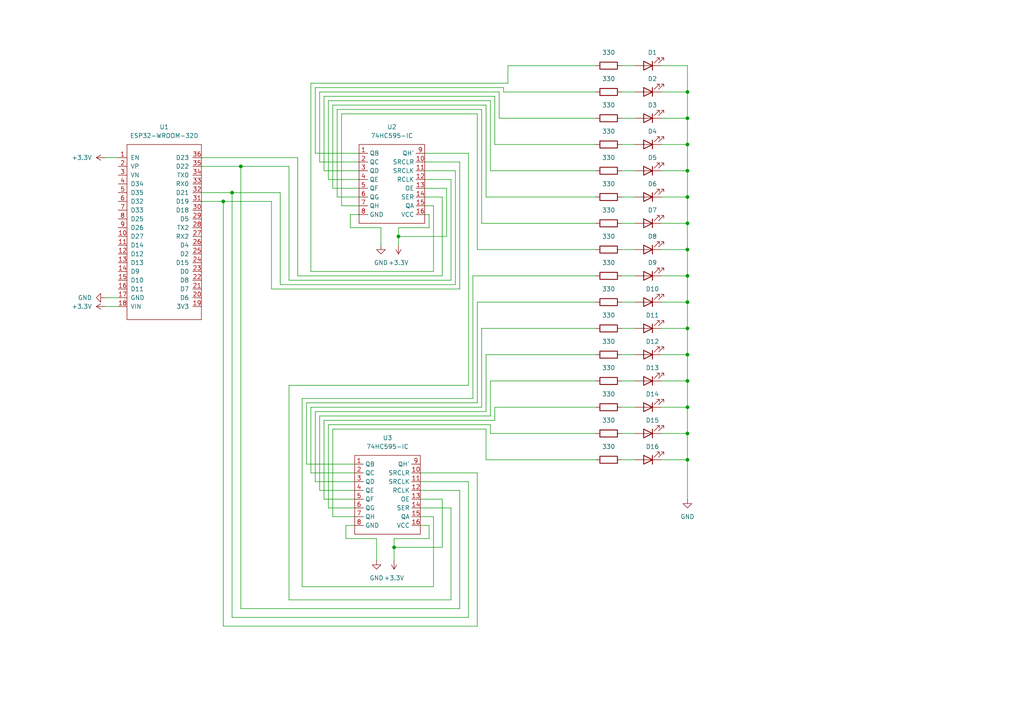
<source format=kicad_sch>
(kicad_sch (version 20230121) (generator eeschema)
  (paper "A4")
  (lib_symbols
    (symbol "Device:LED" (pin_numbers hide) (pin_names (offset 1.016) hide)
      (property "Reference" "D" (at 0 2.54 0))
      (property "Value" "LED" (at 0 -2.54 0))
      (symbol "LED_0_1"
        (polyline (pts (xy -1.27 -1.27) (xy -1.27 1.27)) (stroke (width 0.254)))
        (polyline (pts (xy -1.27 0) (xy 1.27 0)))
        (polyline (pts (xy 1.27 -1.27) (xy 1.27 1.27) (xy -1.27 0) (xy 1.27 -1.27)) (stroke (width 0.254)))
        (polyline (pts (xy -3.048 -0.762) (xy -4.572 -2.286) (xy -3.81 -2.286) (xy -4.572 -2.286) (xy -4.572 -1.524)))
        (polyline (pts (xy -1.778 -0.762) (xy -3.302 -2.286) (xy -2.54 -2.286) (xy -3.302 -2.286) (xy -3.302 -1.524)))
      )
      (symbol "LED_1_1"
        (pin passive line (at -3.81 0 0) (length 2.54) (name "K") (number "1"))
        (pin passive line (at 3.81 0 180) (length 2.54) (name "A") (number "2"))
      )
    )
    (symbol "Device:R" (pin_numbers hide) (pin_names (offset 0))
      (property "Reference" "R" (at 2.032 0 90))
      (property "Value" "R" (at 0 0 90))
      (symbol "R_0_1"
        (rectangle (start -1.016 -2.54) (end 1.016 2.54) (stroke (width 0.254)))
      )
      (symbol "R_1_1"
        (pin passive line (at 0 3.81 270) (length 1.27) (name "~") (number "1"))
        (pin passive line (at 0 -3.81 90) (length 1.27) (name "~") (number "2"))
      )
    )
    (symbol "New_Library:74HC595-IC"
      (property "Reference" "U" (at 0 1.27 0))
      (property "Value" "74HC595-IC" (at 1.27 -1.27 0))
      (symbol "74HC595-IC_0_1"
        (rectangle (start -7.62 -2.54) (end 11.43 -25.4))
      )
      (symbol "74HC595-IC_1_1"
        (pin input line (at -7.62 -5.08 0) (length 2.54) (name "QB") (number "1"))
        (pin input line (at 11.43 -7.62 180) (length 2.54) (name "SRCLR") (number "10"))
        (pin input line (at 11.43 -10.16 180) (length 2.54) (name "SRCLK") (number "11"))
        (pin input line (at 11.43 -12.7 180) (length 2.54) (name "RCLK") (number "12"))
        (pin input line (at 11.43 -15.24 180) (length 2.54) (name "OE") (number "13"))
        (pin input line (at 11.43 -17.78 180) (length 2.54) (name "SER") (number "14"))
        (pin input line (at 11.43 -20.32 180) (length 2.54) (name "QA") (number "15"))
        (pin power_in line (at 11.43 -22.86 180) (length 2.54) (name "VCC") (number "16"))
        (pin input line (at -7.62 -7.62 0) (length 2.54) (name "QC") (number "2"))
        (pin input line (at -7.62 -10.16 0) (length 2.54) (name "QD") (number "3"))
        (pin input line (at -7.62 -12.7 0) (length 2.54) (name "QE") (number "4"))
        (pin input line (at -7.62 -15.24 0) (length 2.54) (name "QF") (number "5"))
        (pin input line (at -7.62 -17.78 0) (length 2.54) (name "QG") (number "6"))
        (pin input line (at -7.62 -20.32 0) (length 2.54) (name "QH") (number "7"))
        (pin power_in line (at -7.62 -22.86 0) (length 2.54) (name "GND") (number "8"))
        (pin output line (at 11.43 -5.08 180) (length 2.54) (name "QH'") (number "9"))
      )
    )
    (symbol "New_Library:ESP32-WROOM-32D" (pin_names (offset 1.016))
      (property "Reference" "U" (at -15.24 -7.62 0))
      (property "Value" "ESP32-WROOM-32D" (at 7.62 0 0))
      (symbol "ESP32-WROOM-32D_0_1"
        (rectangle (start -2.54 -1.27) (end 19.05 -52.07))
      )
      (symbol "ESP32-WROOM-32D_1_1"
        (pin input line (at -5.08 -5.08 0) (length 2.54) (name "EN") (number "1"))
        (pin bidirectional line (at -5.08 -27.94 0) (length 2.54) (name "D27") (number "10"))
        (pin bidirectional line (at -5.08 -30.48 0) (length 2.54) (name "D14") (number "11"))
        (pin bidirectional line (at -5.08 -33.02 0) (length 2.54) (name "D12") (number "12"))
        (pin bidirectional line (at -5.08 -35.56 0) (length 2.54) (name "D13") (number "13"))
        (pin bidirectional line (at -5.08 -38.1 0) (length 2.54) (name "D9") (number "14"))
        (pin bidirectional line (at -5.08 -40.64 0) (length 2.54) (name "D10") (number "15"))
        (pin bidirectional line (at -5.08 -43.18 0) (length 2.54) (name "D11") (number "16"))
        (pin power_in line (at -5.08 -45.72 0) (length 2.54) (name "GND") (number "17"))
        (pin power_in line (at -5.08 -48.26 0) (length 2.54) (name "VIN") (number "18"))
        (pin power_in line (at 19.05 -48.26 180) (length 2.54) (name "3V3") (number "19"))
        (pin input line (at -5.08 -7.62 0) (length 2.54) (name "VP") (number "2"))
        (pin bidirectional line (at 19.05 -45.72 180) (length 2.54) (name "D6") (number "20"))
        (pin bidirectional line (at 19.05 -43.18 180) (length 2.54) (name "D7") (number "21"))
        (pin bidirectional line (at 19.05 -40.64 180) (length 2.54) (name "D8") (number "22"))
        (pin bidirectional line (at 19.05 -38.1 180) (length 2.54) (name "D0") (number "23"))
        (pin bidirectional line (at 19.05 -35.56 180) (length 2.54) (name "D15") (number "24"))
        (pin bidirectional line (at 19.05 -33.02 180) (length 2.54) (name "D2") (number "25"))
        (pin bidirectional line (at 19.05 -30.48 180) (length 2.54) (name "D4") (number "26"))
        (pin input line (at 19.05 -27.94 180) (length 2.54) (name "RX2") (number "27"))
        (pin output line (at 19.05 -25.4 180) (length 2.54) (name "TX2") (number "28"))
        (pin bidirectional line (at 19.05 -22.86 180) (length 2.54) (name "D5") (number "29"))
        (pin input line (at -5.08 -10.16 0) (length 2.54) (name "VN") (number "3"))
        (pin bidirectional line (at 19.05 -20.32 180) (length 2.54) (name "D18") (number "30"))
        (pin bidirectional line (at 19.05 -17.78 180) (length 2.54) (name "D19") (number "31"))
        (pin bidirectional line (at 19.05 -15.24 180) (length 2.54) (name "D21") (number "32"))
        (pin input line (at 19.05 -12.7 180) (length 2.54) (name "RX0") (number "33"))
        (pin output line (at 19.05 -10.16 180) (length 2.54) (name "TX0") (number "34"))
        (pin bidirectional line (at 19.05 -7.62 180) (length 2.54) (name "D22") (number "35"))
        (pin bidirectional line (at 19.05 -5.08 180) (length 2.54) (name "D23") (number "36"))
        (pin input line (at -5.08 -12.7 0) (length 2.54) (name "D34") (number "4"))
        (pin input line (at -5.08 -15.24 0) (length 2.54) (name "D35") (number "5"))
        (pin bidirectional line (at -5.08 -17.78 0) (length 2.54) (name "D32") (number "6"))
        (pin bidirectional line (at -5.08 -20.32 0) (length 2.54) (name "D33") (number "7"))
        (pin bidirectional line (at -5.08 -22.86 0) (length 2.54) (name "D25") (number "8"))
        (pin bidirectional line (at -5.08 -25.4 0) (length 2.54) (name "D26") (number "9"))
      )
    )
    (symbol "power:+3.3V" (power) (pin_names (offset 0))
      (property "Value" "+3.3V" (at 0 3.556 0))
      (symbol "+3.3V_0_1"
        (polyline (pts (xy -0.762 1.27) (xy 0 2.54)))
        (polyline (pts (xy 0 0) (xy 0 2.54)))
        (polyline (pts (xy 0 2.54) (xy 0.762 1.27)))
      )
      (symbol "+3.3V_1_1"
        (pin power_in line (at 0 0 90) (length 0) hide (name "+3.3V") (number "1"))
      )
    )
    (symbol "power:GND" (power) (pin_names (offset 0))
      (property "Value" "GND" (at 0 -3.81 0))
      (symbol "GND_0_1"
        (polyline (pts (xy 0 0) (xy 0 -1.27) (xy 1.27 -1.27) (xy 0 -2.54) (xy -1.27 -1.27) (xy 0 -1.27)))
      )
      (symbol "GND_1_1"
        (pin power_in line (at 0 0 270) (length 0) hide (name "GND") (number "1"))
      )
    )
  )
  (junction (at 199.39 125.73))
  (junction (at 199.39 133.35))
  (junction (at 199.39 110.49))
  (junction (at 67.31 55.88))
  (junction (at 199.39 64.77))
  (junction (at 199.39 49.53))
  (junction (at 199.39 118.11))
  (junction (at 199.39 41.91))
  (junction (at 199.39 80.01))
  (junction (at 199.39 34.29))
  (junction (at 114.3 158.75))
  (junction (at 199.39 95.25))
  (junction (at 64.77 58.42))
  (junction (at 199.39 72.39))
  (junction (at 199.39 102.87))
  (junction (at 69.85 48.26))
  (junction (at 199.39 57.15))
  (junction (at 199.39 87.63))
  (junction (at 199.39 26.67))
  (junction (at 115.57 68.58))
  (wire (pts (xy 101.6 66.04) (xy 110.49 66.04)))
  (wire (pts (xy 121.92 137.16) (xy 138.43 137.16)))
  (wire (pts (xy 102.87 134.62) (xy 88.9 134.62)))
  (wire (pts (xy 67.31 55.88) (xy 67.31 179.07)))
  (wire (pts (xy 138.43 116.84) (xy 138.43 87.63)))
  (wire (pts (xy 97.79 31.75) (xy 139.7 31.75)))
  (wire (pts (xy 67.31 55.88) (xy 58.42 55.88)))
  (wire (pts (xy 96.52 54.61) (xy 96.52 30.48)))
  (wire (pts (xy 199.39 144.78) (xy 199.39 133.35)))
  (wire (pts (xy 180.34 133.35) (xy 184.15 133.35)))
  (wire (pts (xy 199.39 133.35) (xy 199.39 125.73)))
  (wire (pts (xy 180.34 57.15) (xy 184.15 57.15)))
  (wire (pts (xy 121.92 147.32) (xy 130.81 147.32)))
  (wire (pts (xy 90.17 24.13) (xy 147.32 24.13)))
  (wire (pts (xy 138.43 33.02) (xy 138.43 72.39)))
  (wire (pts (xy 142.24 125.73) (xy 172.72 125.73)))
  (wire (pts (xy 88.9 134.62) (xy 88.9 116.84)))
  (wire (pts (xy 128.27 158.75) (xy 114.3 158.75)))
  (wire (pts (xy 143.51 27.94) (xy 143.51 41.91)))
  (wire (pts (xy 104.14 57.15) (xy 97.79 57.15)))
  (wire (pts (xy 92.71 142.24) (xy 92.71 120.65)))
  (wire (pts (xy 93.98 49.53) (xy 93.98 27.94)))
  (wire (pts (xy 140.97 124.46) (xy 140.97 133.35)))
  (wire (pts (xy 191.77 125.73) (xy 199.39 125.73)))
  (wire (pts (xy 139.7 64.77) (xy 172.72 64.77)))
  (wire (pts (xy 140.97 133.35) (xy 172.72 133.35)))
  (wire (pts (xy 90.17 78.74) (xy 90.17 24.13)))
  (wire (pts (xy 95.25 52.07) (xy 95.25 29.21)))
  (wire (pts (xy 121.92 152.4) (xy 124.46 152.4)))
  (wire (pts (xy 86.36 45.72) (xy 86.36 80.01)))
  (wire (pts (xy 191.77 64.77) (xy 199.39 64.77)))
  (wire (pts (xy 180.34 64.77) (xy 184.15 64.77)))
  (wire (pts (xy 102.87 152.4) (xy 100.33 152.4)))
  (wire (pts (xy 130.81 52.07) (xy 130.81 81.28)))
  (wire (pts (xy 90.17 137.16) (xy 90.17 118.11)))
  (wire (pts (xy 123.19 54.61) (xy 129.54 54.61)))
  (wire (pts (xy 140.97 102.87) (xy 172.72 102.87)))
  (wire (pts (xy 191.77 102.87) (xy 199.39 102.87)))
  (wire (pts (xy 147.32 19.05) (xy 172.72 19.05)))
  (wire (pts (xy 142.24 123.19) (xy 142.24 125.73)))
  (wire (pts (xy 115.57 66.04) (xy 115.57 68.58)))
  (wire (pts (xy 180.34 110.49) (xy 184.15 110.49)))
  (wire (pts (xy 180.34 102.87) (xy 184.15 102.87)))
  (wire (pts (xy 102.87 144.78) (xy 93.98 144.78)))
  (wire (pts (xy 121.92 142.24) (xy 133.35 142.24)))
  (wire (pts (xy 95.25 123.19) (xy 142.24 123.19)))
  (wire (pts (xy 135.89 179.07) (xy 67.31 179.07)))
  (wire (pts (xy 123.19 49.53) (xy 132.08 49.53)))
  (wire (pts (xy 101.6 62.23) (xy 101.6 66.04)))
  (wire (pts (xy 199.39 64.77) (xy 199.39 57.15)))
  (wire (pts (xy 180.34 118.11) (xy 184.15 118.11)))
  (wire (pts (xy 104.14 46.99) (xy 92.71 46.99)))
  (wire (pts (xy 191.77 57.15) (xy 199.39 57.15)))
  (wire (pts (xy 95.25 29.21) (xy 142.24 29.21)))
  (wire (pts (xy 191.77 133.35) (xy 199.39 133.35)))
  (wire (pts (xy 123.19 57.15) (xy 128.27 57.15)))
  (wire (pts (xy 64.77 58.42) (xy 64.77 181.61)))
  (wire (pts (xy 96.52 124.46) (xy 140.97 124.46)))
  (wire (pts (xy 109.22 156.21) (xy 109.22 162.56)))
  (wire (pts (xy 115.57 68.58) (xy 129.54 68.58)))
  (wire (pts (xy 180.34 80.01) (xy 184.15 80.01)))
  (wire (pts (xy 123.19 52.07) (xy 130.81 52.07)))
  (wire (pts (xy 100.33 152.4) (xy 100.33 156.21)))
  (wire (pts (xy 199.39 80.01) (xy 199.39 72.39)))
  (wire (pts (xy 191.77 19.05) (xy 199.39 19.05)))
  (wire (pts (xy 130.81 81.28) (xy 83.82 81.28)))
  (wire (pts (xy 124.46 62.23) (xy 124.46 66.04)))
  (wire (pts (xy 96.52 30.48) (xy 140.97 30.48)))
  (wire (pts (xy 93.98 144.78) (xy 93.98 121.92)))
  (wire (pts (xy 121.92 144.78) (xy 128.27 144.78)))
  (wire (pts (xy 91.44 25.4) (xy 146.05 25.4)))
  (wire (pts (xy 180.34 87.63) (xy 184.15 87.63)))
  (wire (pts (xy 139.7 95.25) (xy 172.72 95.25)))
  (wire (pts (xy 133.35 176.53) (xy 69.85 176.53)))
  (wire (pts (xy 123.19 46.99) (xy 133.35 46.99)))
  (wire (pts (xy 191.77 26.67) (xy 199.39 26.67)))
  (wire (pts (xy 58.42 45.72) (xy 86.36 45.72)))
  (wire (pts (xy 191.77 72.39) (xy 199.39 72.39)))
  (wire (pts (xy 104.14 44.45) (xy 91.44 44.45)))
  (wire (pts (xy 104.14 52.07) (xy 95.25 52.07)))
  (wire (pts (xy 130.81 173.99) (xy 83.82 173.99)))
  (wire (pts (xy 102.87 149.86) (xy 96.52 149.86)))
  (wire (pts (xy 92.71 120.65) (xy 142.24 120.65)))
  (wire (pts (xy 199.39 87.63) (xy 199.39 80.01)))
  (wire (pts (xy 121.92 139.7) (xy 135.89 139.7)))
  (wire (pts (xy 137.16 80.01) (xy 172.72 80.01)))
  (wire (pts (xy 83.82 111.76) (xy 135.89 111.76)))
  (wire (pts (xy 92.71 46.99) (xy 92.71 26.67)))
  (wire (pts (xy 191.77 110.49) (xy 199.39 110.49)))
  (wire (pts (xy 102.87 137.16) (xy 90.17 137.16)))
  (wire (pts (xy 129.54 54.61) (xy 129.54 68.58)))
  (wire (pts (xy 146.05 26.67) (xy 172.72 26.67)))
  (wire (pts (xy 137.16 115.57) (xy 137.16 80.01)))
  (wire (pts (xy 93.98 27.94) (xy 143.51 27.94)))
  (wire (pts (xy 138.43 87.63) (xy 172.72 87.63)))
  (wire (pts (xy 81.28 55.88) (xy 67.31 55.88)))
  (wire (pts (xy 102.87 142.24) (xy 92.71 142.24)))
  (wire (pts (xy 142.24 29.21) (xy 142.24 49.53)))
  (wire (pts (xy 99.06 59.69) (xy 99.06 33.02)))
  (wire (pts (xy 142.24 49.53) (xy 172.72 49.53)))
  (wire (pts (xy 104.14 54.61) (xy 96.52 54.61)))
  (wire (pts (xy 133.35 83.82) (xy 78.74 83.82)))
  (wire (pts (xy 124.46 156.21) (xy 114.3 156.21)))
  (wire (pts (xy 191.77 34.29) (xy 199.39 34.29)))
  (wire (pts (xy 128.27 80.01) (xy 128.27 57.15)))
  (wire (pts (xy 100.33 156.21) (xy 109.22 156.21)))
  (wire (pts (xy 199.39 26.67) (xy 199.39 19.05)))
  (wire (pts (xy 138.43 181.61) (xy 64.77 181.61)))
  (wire (pts (xy 99.06 33.02) (xy 138.43 33.02)))
  (wire (pts (xy 180.34 19.05) (xy 184.15 19.05)))
  (wire (pts (xy 199.39 102.87) (xy 199.39 95.25)))
  (wire (pts (xy 128.27 144.78) (xy 128.27 158.75)))
  (wire (pts (xy 199.39 34.29) (xy 199.39 26.67)))
  (wire (pts (xy 96.52 149.86) (xy 96.52 124.46)))
  (wire (pts (xy 78.74 83.82) (xy 78.74 58.42)))
  (wire (pts (xy 132.08 49.53) (xy 132.08 82.55)))
  (wire (pts (xy 199.39 118.11) (xy 199.39 110.49)))
  (wire (pts (xy 125.73 149.86) (xy 125.73 170.18)))
  (wire (pts (xy 139.7 31.75) (xy 139.7 64.77)))
  (wire (pts (xy 125.73 59.69) (xy 125.73 78.74)))
  (wire (pts (xy 83.82 173.99) (xy 83.82 111.76)))
  (wire (pts (xy 104.14 49.53) (xy 93.98 49.53)))
  (wire (pts (xy 130.81 147.32) (xy 130.81 173.99)))
  (wire (pts (xy 78.74 58.42) (xy 64.77 58.42)))
  (wire (pts (xy 199.39 110.49) (xy 199.39 102.87)))
  (wire (pts (xy 87.63 170.18) (xy 87.63 115.57)))
  (wire (pts (xy 142.24 110.49) (xy 172.72 110.49)))
  (wire (pts (xy 90.17 118.11) (xy 139.7 118.11)))
  (wire (pts (xy 144.78 26.67) (xy 144.78 34.29)))
  (wire (pts (xy 124.46 152.4) (xy 124.46 156.21)))
  (wire (pts (xy 91.44 119.38) (xy 140.97 119.38)))
  (wire (pts (xy 88.9 116.84) (xy 138.43 116.84)))
  (wire (pts (xy 140.97 119.38) (xy 140.97 102.87)))
  (wire (pts (xy 199.39 95.25) (xy 199.39 87.63)))
  (wire (pts (xy 140.97 57.15) (xy 172.72 57.15)))
  (wire (pts (xy 121.92 149.86) (xy 125.73 149.86)))
  (wire (pts (xy 64.77 58.42) (xy 58.42 58.42)))
  (wire (pts (xy 135.89 111.76) (xy 135.89 44.45)))
  (wire (pts (xy 110.49 66.04) (xy 110.49 71.12)))
  (wire (pts (xy 123.19 59.69) (xy 125.73 59.69)))
  (wire (pts (xy 30.48 86.36) (xy 34.29 86.36)))
  (wire (pts (xy 97.79 57.15) (xy 97.79 31.75)))
  (wire (pts (xy 191.77 49.53) (xy 199.39 49.53)))
  (wire (pts (xy 93.98 121.92) (xy 143.51 121.92)))
  (wire (pts (xy 91.44 139.7) (xy 91.44 119.38)))
  (wire (pts (xy 180.34 72.39) (xy 184.15 72.39)))
  (wire (pts (xy 143.51 121.92) (xy 143.51 118.11)))
  (wire (pts (xy 58.42 48.26) (xy 69.85 48.26)))
  (wire (pts (xy 69.85 48.26) (xy 83.82 48.26)))
  (wire (pts (xy 139.7 118.11) (xy 139.7 95.25)))
  (wire (pts (xy 30.48 88.9) (xy 34.29 88.9)))
  (wire (pts (xy 180.34 49.53) (xy 184.15 49.53)))
  (wire (pts (xy 81.28 82.55) (xy 81.28 55.88)))
  (wire (pts (xy 133.35 46.99) (xy 133.35 83.82)))
  (wire (pts (xy 115.57 68.58) (xy 115.57 71.12)))
  (wire (pts (xy 135.89 139.7) (xy 135.89 179.07)))
  (wire (pts (xy 180.34 95.25) (xy 184.15 95.25)))
  (wire (pts (xy 191.77 95.25) (xy 199.39 95.25)))
  (wire (pts (xy 30.48 45.72) (xy 34.29 45.72)))
  (wire (pts (xy 180.34 26.67) (xy 184.15 26.67)))
  (wire (pts (xy 123.19 44.45) (xy 135.89 44.45)))
  (wire (pts (xy 140.97 30.48) (xy 140.97 57.15)))
  (wire (pts (xy 124.46 66.04) (xy 115.57 66.04)))
  (wire (pts (xy 191.77 87.63) (xy 199.39 87.63)))
  (wire (pts (xy 138.43 137.16) (xy 138.43 181.61)))
  (wire (pts (xy 199.39 57.15) (xy 199.39 49.53)))
  (wire (pts (xy 92.71 26.67) (xy 144.78 26.67)))
  (wire (pts (xy 180.34 41.91) (xy 184.15 41.91)))
  (wire (pts (xy 104.14 59.69) (xy 99.06 59.69)))
  (wire (pts (xy 199.39 125.73) (xy 199.39 118.11)))
  (wire (pts (xy 142.24 120.65) (xy 142.24 110.49)))
  (wire (pts (xy 123.19 62.23) (xy 124.46 62.23)))
  (wire (pts (xy 199.39 49.53) (xy 199.39 41.91)))
  (wire (pts (xy 114.3 158.75) (xy 114.3 162.56)))
  (wire (pts (xy 180.34 34.29) (xy 184.15 34.29)))
  (wire (pts (xy 102.87 139.7) (xy 91.44 139.7)))
  (wire (pts (xy 191.77 118.11) (xy 199.39 118.11)))
  (wire (pts (xy 143.51 118.11) (xy 172.72 118.11)))
  (wire (pts (xy 83.82 81.28) (xy 83.82 48.26)))
  (wire (pts (xy 125.73 170.18) (xy 87.63 170.18)))
  (wire (pts (xy 101.6 62.23) (xy 104.14 62.23)))
  (wire (pts (xy 199.39 41.91) (xy 199.39 34.29)))
  (wire (pts (xy 199.39 72.39) (xy 199.39 64.77)))
  (wire (pts (xy 191.77 80.01) (xy 199.39 80.01)))
  (wire (pts (xy 143.51 41.91) (xy 172.72 41.91)))
  (wire (pts (xy 114.3 156.21) (xy 114.3 158.75)))
  (wire (pts (xy 132.08 82.55) (xy 81.28 82.55)))
  (wire (pts (xy 138.43 72.39) (xy 172.72 72.39)))
  (wire (pts (xy 146.05 25.4) (xy 146.05 26.67)))
  (wire (pts (xy 91.44 44.45) (xy 91.44 25.4)))
  (wire (pts (xy 144.78 34.29) (xy 172.72 34.29)))
  (wire (pts (xy 125.73 78.74) (xy 90.17 78.74)))
  (wire (pts (xy 147.32 24.13) (xy 147.32 19.05)))
  (wire (pts (xy 133.35 142.24) (xy 133.35 176.53)))
  (wire (pts (xy 86.36 80.01) (xy 128.27 80.01)))
  (wire (pts (xy 69.85 176.53) (xy 69.85 48.26)))
  (wire (pts (xy 180.34 125.73) (xy 184.15 125.73)))
  (wire (pts (xy 102.87 147.32) (xy 95.25 147.32)))
  (wire (pts (xy 87.63 115.57) (xy 137.16 115.57)))
  (wire (pts (xy 95.25 147.32) (xy 95.25 123.19)))
  (wire (pts (xy 191.77 41.91) (xy 199.39 41.91)))
  (symbol (lib_id "Device:R") (at 176.53 102.87 90) (unit 1)
    (property "Reference" "R12" (effects hide))
    (property "Value" "330" (at 176.53 99.06 90))
  )
  (symbol (lib_id "Device:R") (at 176.53 19.05 90) (unit 1)
    (property "Reference" "R1" (effects hide))
    (property "Value" "330" (at 176.53 15.24 90))
  )
  (symbol (lib_id "Device:LED") (at 187.96 133.35 180) (unit 1)
    (property "Reference" "D16" (at 189.23 129.54 0))
    (property "Value" "LED" (effects hide))
  )
  (symbol (lib_id "New_Library:ESP32-WROOM-32D") (at 39.37 40.64 0) (unit 1)
    (property "Reference" "U1" (at 47.625 36.83 0))
    (property "Value" "ESP32-WROOM-32D" (at 47.625 39.37 0))
  )
  (symbol (lib_id "Device:LED") (at 187.96 102.87 180) (unit 1)
    (property "Reference" "D12" (at 189.23 99.06 0))
    (property "Value" "LED" (effects hide))
  )
  (symbol (lib_id "power:GND") (at 199.39 144.78 0) (unit 1)
    (property "Reference" "#PWR06" (effects hide))
    (property "Value" "GND" (at 199.39 149.86 0))
  )
  (symbol (lib_id "New_Library:74HC595-IC") (at 111.76 39.37 0) (unit 1)
    (property "Reference" "U2" (at 113.665 36.83 0))
    (property "Value" "74HC595-IC" (at 113.665 39.37 0))
  )
  (symbol (lib_id "Device:R") (at 176.53 64.77 90) (unit 1)
    (property "Reference" "R7" (effects hide))
    (property "Value" "330" (at 176.53 60.96 90))
  )
  (symbol (lib_id "power:+3.3V") (at 30.48 88.9 90) (unit 1)
    (property "Reference" "#PWR02" (effects hide))
    (property "Value" "+3.3V" (at 26.67 88.9 90) (effects (justify left)))
  )
  (symbol (lib_id "Device:LED") (at 187.96 64.77 180) (unit 1)
    (property "Reference" "D7" (at 189.23 60.96 0))
    (property "Value" "LED" (effects hide))
  )
  (symbol (lib_id "power:+3.3V") (at 114.3 162.56 180) (unit 1)
    (property "Reference" "#PWR08" (effects hide))
    (property "Value" "+3.3V" (at 114.3 167.64 0))
  )
  (symbol (lib_id "Device:LED") (at 187.96 125.73 180) (unit 1)
    (property "Reference" "D15" (at 189.23 121.92 0))
    (property "Value" "LED" (effects hide))
  )
  (symbol (lib_id "Device:LED") (at 187.96 87.63 180) (unit 1)
    (property "Reference" "D10" (at 189.23 83.82 0))
    (property "Value" "LED" (effects hide))
  )
  (symbol (lib_id "Device:R") (at 176.53 26.67 90) (unit 1)
    (property "Reference" "R2" (effects hide))
    (property "Value" "330" (at 176.53 22.86 90))
  )
  (symbol (lib_id "power:+3.3V") (at 115.57 71.12 180) (unit 1)
    (property "Reference" "#PWR03" (effects hide))
    (property "Value" "+3.3V" (at 115.57 76.2 0))
  )
  (symbol (lib_id "Device:R") (at 176.53 57.15 90) (unit 1)
    (property "Reference" "R6" (effects hide))
    (property "Value" "330" (at 176.53 53.34 90))
  )
  (symbol (lib_id "Device:R") (at 176.53 110.49 90) (unit 1)
    (property "Reference" "R13" (effects hide))
    (property "Value" "330" (at 176.53 106.68 90))
  )
  (symbol (lib_id "power:GND") (at 110.49 71.12 0) (unit 1)
    (property "Reference" "#PWR04" (effects hide))
    (property "Value" "GND" (at 110.49 76.2 0))
  )
  (symbol (lib_id "Device:R") (at 176.53 72.39 90) (unit 1)
    (property "Reference" "R8" (effects hide))
    (property "Value" "330" (at 176.53 68.58 90))
  )
  (symbol (lib_id "Device:R") (at 176.53 133.35 90) (unit 1)
    (property "Reference" "R16" (effects hide))
    (property "Value" "330" (at 176.53 129.54 90))
  )
  (symbol (lib_id "Device:LED") (at 187.96 95.25 180) (unit 1)
    (property "Reference" "D11" (at 189.23 91.44 0))
    (property "Value" "LED" (effects hide))
  )
  (symbol (lib_id "Device:LED") (at 187.96 26.67 180) (unit 1)
    (property "Reference" "D2" (at 189.23 22.86 0))
    (property "Value" "LED" (effects hide))
  )
  (symbol (lib_id "power:+3.3V") (at 30.48 45.72 90) (unit 1)
    (property "Reference" "#PWR05" (effects hide))
    (property "Value" "+3.3V" (at 26.67 45.72 90) (effects (justify left)))
  )
  (symbol (lib_id "Device:LED") (at 187.96 34.29 180) (unit 1)
    (property "Reference" "D3" (at 189.23 30.48 0))
    (property "Value" "LED" (effects hide))
  )
  (symbol (lib_id "Device:R") (at 176.53 80.01 90) (unit 1)
    (property "Reference" "R9" (effects hide))
    (property "Value" "330" (at 176.53 76.2 90))
  )
  (symbol (lib_id "Device:R") (at 176.53 87.63 90) (unit 1)
    (property "Reference" "R10" (effects hide))
    (property "Value" "330" (at 176.53 83.82 90))
  )
  (symbol (lib_id "Device:R") (at 176.53 41.91 90) (unit 1)
    (property "Reference" "R4" (effects hide))
    (property "Value" "330" (at 176.53 38.1 90))
  )
  (symbol (lib_id "New_Library:74HC595-IC") (at 110.49 129.54 0) (unit 1)
    (property "Reference" "U3" (at 112.395 127 0))
    (property "Value" "74HC595-IC" (at 112.395 129.54 0))
  )
  (symbol (lib_id "Device:R") (at 176.53 125.73 90) (unit 1)
    (property "Reference" "R15" (effects hide))
    (property "Value" "330" (at 176.53 121.92 90))
  )
  (symbol (lib_id "Device:LED") (at 187.96 19.05 180) (unit 1)
    (property "Reference" "D1" (at 189.23 15.24 0))
    (property "Value" "LED" (effects hide))
  )
  (symbol (lib_id "Device:LED") (at 187.96 41.91 180) (unit 1)
    (property "Reference" "D4" (at 189.23 38.1 0))
    (property "Value" "LED" (effects hide))
  )
  (symbol (lib_id "Device:LED") (at 187.96 80.01 180) (unit 1)
    (property "Reference" "D9" (at 189.23 76.2 0))
    (property "Value" "LED" (effects hide))
  )
  (symbol (lib_id "Device:R") (at 176.53 95.25 90) (unit 1)
    (property "Reference" "R11" (effects hide))
    (property "Value" "330" (at 176.53 91.44 90))
  )
  (symbol (lib_id "Device:R") (at 176.53 34.29 90) (unit 1)
    (property "Reference" "R3" (effects hide))
    (property "Value" "330" (at 176.53 30.48 90))
  )
  (symbol (lib_id "Device:LED") (at 187.96 57.15 180) (unit 1)
    (property "Reference" "D6" (at 189.23 53.34 0))
    (property "Value" "LED" (effects hide))
  )
  (symbol (lib_id "Device:R") (at 176.53 49.53 90) (unit 1)
    (property "Reference" "R5" (effects hide))
    (property "Value" "330" (at 176.53 45.72 90))
  )
  (symbol (lib_id "Device:LED") (at 187.96 49.53 180) (unit 1)
    (property "Reference" "D5" (at 189.23 45.72 0))
    (property "Value" "LED" (effects hide))
  )
  (symbol (lib_id "Device:LED") (at 187.96 72.39 180) (unit 1)
    (property "Reference" "D8" (at 189.23 68.58 0))
    (property "Value" "LED" (effects hide))
  )
  (symbol (lib_id "Device:LED") (at 187.96 118.11 180) (unit 1)
    (property "Reference" "D14" (at 189.23 114.3 0))
    (property "Value" "LED" (effects hide))
  )
  (symbol (lib_id "Device:R") (at 176.53 118.11 90) (unit 1)
    (property "Reference" "R14" (effects hide))
    (property "Value" "330" (at 176.53 114.3 90))
  )
  (symbol (lib_id "Device:LED") (at 187.96 110.49 180) (unit 1)
    (property "Reference" "D13" (at 189.23 106.68 0))
    (property "Value" "LED" (effects hide))
  )
  (symbol (lib_id "power:GND") (at 30.48 86.36 270) (unit 1)
    (property "Reference" "#PWR01" (effects hide))
    (property "Value" "GND" (at 26.67 86.36 90) (effects (justify right)))
  )
  (symbol (lib_id "power:GND") (at 109.22 162.56 0) (unit 1)
    (property "Reference" "#PWR07" (effects hide))
    (property "Value" "GND" (at 109.22 167.64 0))
  )
)
</source>
